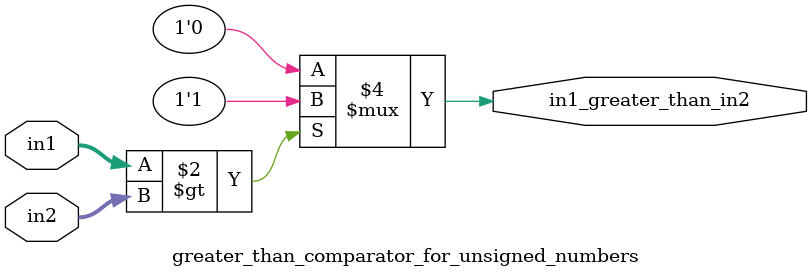
<source format=sv>
`timescale 1ns / 1ps


module greater_than_comparator_for_unsigned_numbers(
input logic [2:0] in1,
input logic [2:0] in2,
output logic in1_greater_than_in2
);
always_comb begin
    if(in1 > in2) begin
        in1_greater_than_in2 = 1;
    end
    else begin
        in1_greater_than_in2 = 0;
    end
end
endmodule


</source>
